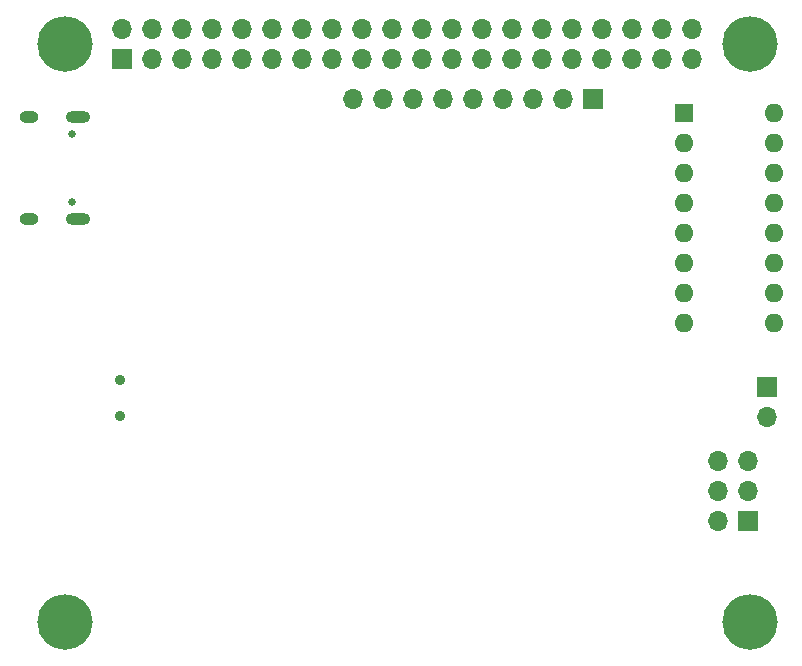
<source format=gbr>
%TF.GenerationSoftware,KiCad,Pcbnew,8.0.1*%
%TF.CreationDate,2024-04-17T14:30:39-04:00*%
%TF.ProjectId,DSPicPiHat,44535069-6350-4694-9861-742e6b696361,rev?*%
%TF.SameCoordinates,Original*%
%TF.FileFunction,Soldermask,Bot*%
%TF.FilePolarity,Negative*%
%FSLAX46Y46*%
G04 Gerber Fmt 4.6, Leading zero omitted, Abs format (unit mm)*
G04 Created by KiCad (PCBNEW 8.0.1) date 2024-04-17 14:30:39*
%MOMM*%
%LPD*%
G01*
G04 APERTURE LIST*
%ADD10R,1.700000X1.700000*%
%ADD11O,1.700000X1.700000*%
%ADD12R,1.600000X1.600000*%
%ADD13O,1.600000X1.600000*%
%ADD14C,0.900000*%
%ADD15C,4.700000*%
%ADD16C,0.650000*%
%ADD17O,2.100000X1.000000*%
%ADD18O,1.600000X1.000000*%
G04 APERTURE END LIST*
D10*
%TO.C,JP1*%
X59500000Y-29095000D03*
D11*
X59500000Y-31635000D03*
%TD*%
D10*
%TO.C,J4*%
X57875000Y-40425000D03*
D11*
X55335000Y-40425000D03*
X57875000Y-37885000D03*
X55335000Y-37885000D03*
X57875000Y-35345000D03*
X55335000Y-35345000D03*
%TD*%
D12*
%TO.C,SW2*%
X52432500Y-5900000D03*
D13*
X52432500Y-8440000D03*
X52432500Y-10980000D03*
X52432500Y-13520000D03*
X52432500Y-16060000D03*
X52432500Y-18600000D03*
X52432500Y-21140000D03*
X52432500Y-23680000D03*
X60052500Y-23680000D03*
X60052500Y-21140000D03*
X60052500Y-18600000D03*
X60052500Y-16060000D03*
X60052500Y-13520000D03*
X60052500Y-10980000D03*
X60052500Y-8440000D03*
X60052500Y-5900000D03*
%TD*%
D14*
%TO.C,SW1*%
X4670000Y-28500000D03*
X4670000Y-31500000D03*
%TD*%
D15*
%TO.C,H4*%
X58000000Y0D03*
%TD*%
D16*
%TO.C,J5*%
X600000Y-7610000D03*
X600000Y-13390000D03*
D17*
X1130000Y-6180000D03*
D18*
X-3050000Y-6180000D03*
D17*
X1130000Y-14820000D03*
D18*
X-3050000Y-14820000D03*
%TD*%
D15*
%TO.C,H1*%
X0Y0D03*
%TD*%
%TO.C,H2*%
X0Y-49000000D03*
%TD*%
D10*
%TO.C,J1*%
X44750000Y-4700000D03*
D11*
X42210000Y-4700000D03*
X39670000Y-4700000D03*
X37130000Y-4700000D03*
X34590000Y-4700000D03*
X32050000Y-4700000D03*
X29510000Y-4700000D03*
X26970000Y-4700000D03*
X24430000Y-4700000D03*
%TD*%
D15*
%TO.C,H3*%
X58000000Y-49000000D03*
%TD*%
D10*
%TO.C,J8*%
X4900000Y-1290000D03*
D11*
X4900000Y1250000D03*
X7440000Y-1290000D03*
X7440000Y1250000D03*
X9980000Y-1290000D03*
X9980000Y1250000D03*
X12520000Y-1290000D03*
X12520000Y1250000D03*
X15060000Y-1290000D03*
X15060000Y1250000D03*
X17600000Y-1290000D03*
X17600000Y1250000D03*
X20140000Y-1290000D03*
X20140000Y1250000D03*
X22680000Y-1290000D03*
X22680000Y1250000D03*
X25220000Y-1290000D03*
X25220000Y1250000D03*
X27760000Y-1290000D03*
X27760000Y1250000D03*
X30300000Y-1290000D03*
X30300000Y1250000D03*
X32840000Y-1290000D03*
X32840000Y1250000D03*
X35380000Y-1290000D03*
X35380000Y1250000D03*
X37920000Y-1290000D03*
X37920000Y1250000D03*
X40460000Y-1290000D03*
X40460000Y1250000D03*
X43000000Y-1290000D03*
X43000000Y1250000D03*
X45540000Y-1290000D03*
X45540000Y1250000D03*
X48080000Y-1290000D03*
X48080000Y1250000D03*
X50620000Y-1290000D03*
X50620000Y1250000D03*
X53160000Y-1290000D03*
X53160000Y1250000D03*
%TD*%
M02*

</source>
